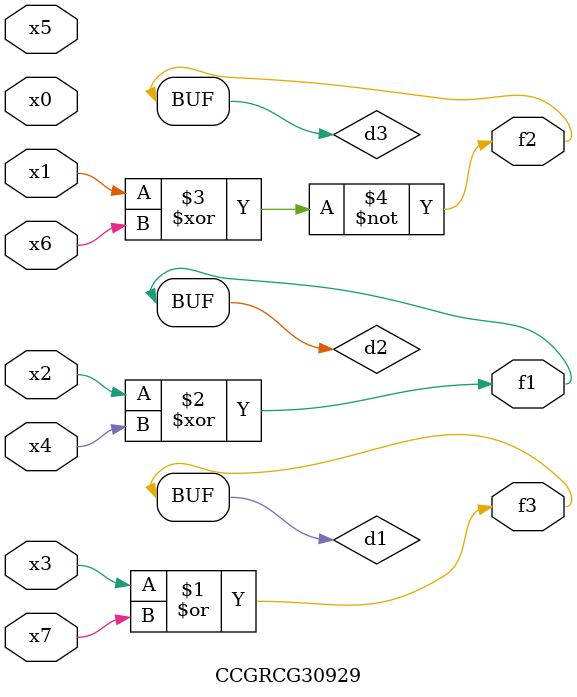
<source format=v>
module CCGRCG30929(
	input x0, x1, x2, x3, x4, x5, x6, x7,
	output f1, f2, f3
);

	wire d1, d2, d3;

	or (d1, x3, x7);
	xor (d2, x2, x4);
	xnor (d3, x1, x6);
	assign f1 = d2;
	assign f2 = d3;
	assign f3 = d1;
endmodule

</source>
